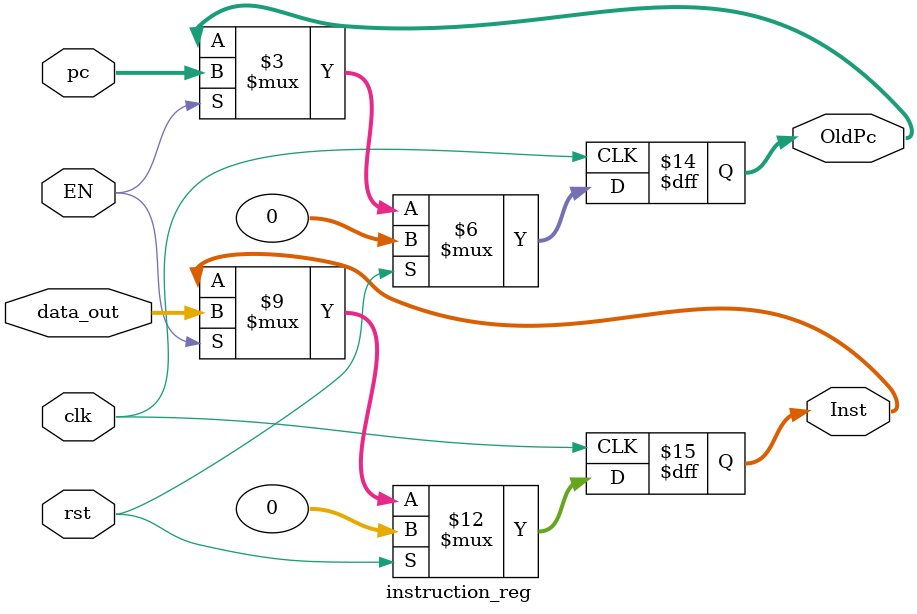
<source format=v>
module instruction_reg(input [31:0] pc, data_out, input clk, rst, EN, output reg[31:0] OldPc, Inst);

    always @(posedge clk) begin
        if(rst) begin
            Inst <= 32'b0;
            OldPc <= 32'b0;
        end

        else if(EN) begin
            OldPc <= pc;
            Inst <= data_out;
        end

        else  begin
            OldPc <= OldPc;
            Inst <= Inst;
	end 
    end

endmodule

</source>
